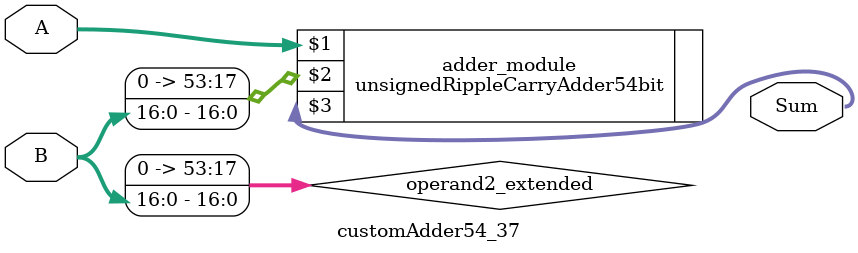
<source format=v>
module customAdder54_37(
                        input [53 : 0] A,
                        input [16 : 0] B,
                        
                        output [54 : 0] Sum
                );

        wire [53 : 0] operand2_extended;
        
        assign operand2_extended =  {37'b0, B};
        
        unsignedRippleCarryAdder54bit adder_module(
            A,
            operand2_extended,
            Sum
        );
        
        endmodule
        
</source>
